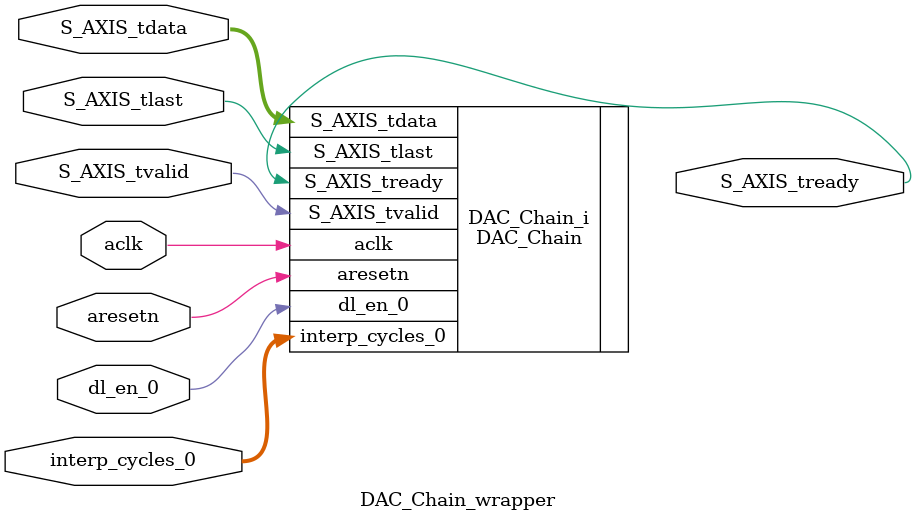
<source format=v>
`timescale 1 ps / 1 ps

module DAC_Chain_wrapper
   (S_AXIS_tdata,
    S_AXIS_tlast,
    S_AXIS_tready,
    S_AXIS_tvalid,
    aclk,
    aresetn,
    dl_en_0,
    interp_cycles_0);
  input [31:0]S_AXIS_tdata;
  input S_AXIS_tlast;
  output S_AXIS_tready;
  input S_AXIS_tvalid;
  input aclk;
  input aresetn;
  input dl_en_0;
  input [23:0]interp_cycles_0;

  wire [31:0]S_AXIS_tdata;
  wire S_AXIS_tlast;
  wire S_AXIS_tready;
  wire S_AXIS_tvalid;
  wire aclk;
  wire aresetn;
  wire dl_en_0;
  wire [23:0]interp_cycles_0;

  DAC_Chain DAC_Chain_i
       (.S_AXIS_tdata(S_AXIS_tdata),
        .S_AXIS_tlast(S_AXIS_tlast),
        .S_AXIS_tready(S_AXIS_tready),
        .S_AXIS_tvalid(S_AXIS_tvalid),
        .aclk(aclk),
        .aresetn(aresetn),
        .dl_en_0(dl_en_0),
        .interp_cycles_0(interp_cycles_0));
endmodule

</source>
